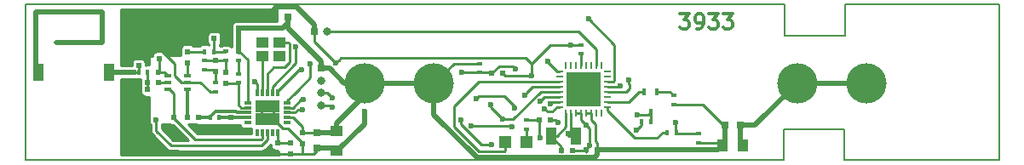
<source format=gbr>
G04 #@! TF.FileFunction,Copper,L1,Top,Signal*
%FSLAX46Y46*%
G04 Gerber Fmt 4.6, Leading zero omitted, Abs format (unit mm)*
G04 Created by KiCad (PCBNEW 4.0.2+dfsg1-stable) date ven 28 dic 2018 11:34:51 CET*
%MOMM*%
G01*
G04 APERTURE LIST*
%ADD10C,0.100000*%
%ADD11C,0.300000*%
%ADD12C,0.200000*%
%ADD13C,0.500000*%
%ADD14R,0.800000X0.800000*%
%ADD15O,0.800000X0.800000*%
%ADD16R,0.600000X0.500000*%
%ADD17R,0.500000X0.600000*%
%ADD18R,0.800000X0.750000*%
%ADD19R,1.250000X1.000000*%
%ADD20R,1.000000X1.250000*%
%ADD21R,1.198880X1.198880*%
%ADD22R,0.600000X0.400000*%
%ADD23R,0.457200X0.711200*%
%ADD24R,1.150000X1.000000*%
%ADD25R,1.000000X1.800000*%
%ADD26R,0.400000X0.600000*%
%ADD27C,4.000000*%
%ADD28R,0.500000X0.500000*%
%ADD29R,0.650000X0.400000*%
%ADD30R,0.750000X0.800000*%
%ADD31R,0.730000X0.300000*%
%ADD32R,0.300000X0.730000*%
%ADD33R,1.250000X1.250000*%
%ADD34C,0.600000*%
%ADD35R,0.700000X0.250000*%
%ADD36R,0.250000X0.700000*%
%ADD37R,1.725000X1.725000*%
%ADD38C,0.250000*%
%ADD39C,0.226060*%
G04 APERTURE END LIST*
D10*
D11*
X163351224Y-100903031D02*
X164279795Y-100903031D01*
X163779795Y-101474460D01*
X163994081Y-101474460D01*
X164136938Y-101545889D01*
X164208367Y-101617317D01*
X164279795Y-101760174D01*
X164279795Y-102117317D01*
X164208367Y-102260174D01*
X164136938Y-102331603D01*
X163994081Y-102403031D01*
X163565509Y-102403031D01*
X163422652Y-102331603D01*
X163351224Y-102260174D01*
X164994080Y-102403031D02*
X165279795Y-102403031D01*
X165422652Y-102331603D01*
X165494080Y-102260174D01*
X165636938Y-102045889D01*
X165708366Y-101760174D01*
X165708366Y-101188746D01*
X165636938Y-101045889D01*
X165565509Y-100974460D01*
X165422652Y-100903031D01*
X165136938Y-100903031D01*
X164994080Y-100974460D01*
X164922652Y-101045889D01*
X164851223Y-101188746D01*
X164851223Y-101545889D01*
X164922652Y-101688746D01*
X164994080Y-101760174D01*
X165136938Y-101831603D01*
X165422652Y-101831603D01*
X165565509Y-101760174D01*
X165636938Y-101688746D01*
X165708366Y-101545889D01*
X166208366Y-100903031D02*
X167136937Y-100903031D01*
X166636937Y-101474460D01*
X166851223Y-101474460D01*
X166994080Y-101545889D01*
X167065509Y-101617317D01*
X167136937Y-101760174D01*
X167136937Y-102117317D01*
X167065509Y-102260174D01*
X166994080Y-102331603D01*
X166851223Y-102403031D01*
X166422651Y-102403031D01*
X166279794Y-102331603D01*
X166208366Y-102260174D01*
X167636937Y-100903031D02*
X168565508Y-100903031D01*
X168065508Y-101474460D01*
X168279794Y-101474460D01*
X168422651Y-101545889D01*
X168494080Y-101617317D01*
X168565508Y-101760174D01*
X168565508Y-102117317D01*
X168494080Y-102260174D01*
X168422651Y-102331603D01*
X168279794Y-102403031D01*
X167851222Y-102403031D01*
X167708365Y-102331603D01*
X167636937Y-102260174D01*
D12*
X173690280Y-115443000D02*
X98295460Y-115443000D01*
X195072000Y-115443000D02*
X179682660Y-115443000D01*
X179682660Y-112410240D02*
X179682660Y-115443000D01*
X173692820Y-112410240D02*
X179682660Y-112410240D01*
X173692820Y-112410240D02*
X173692820Y-115437920D01*
X173776640Y-99949000D02*
X98298000Y-99949000D01*
X195072000Y-99949000D02*
X179778660Y-99949000D01*
X179778660Y-99949000D02*
X179778660Y-103047800D01*
X173776640Y-103047800D02*
X179778660Y-103047800D01*
X173776640Y-99949000D02*
X173776640Y-103047800D01*
X98298000Y-115443000D02*
X98298000Y-99949000D01*
X195072000Y-99949000D02*
X195072000Y-115443000D01*
D13*
X105947560Y-103711560D02*
X101347560Y-103711560D01*
X105947560Y-100711560D02*
X105947560Y-103711560D01*
X99347560Y-100711560D02*
X105947560Y-100711560D01*
X99347560Y-105811560D02*
X99347560Y-100711560D01*
X109097560Y-106711560D02*
X107097560Y-106711560D01*
D14*
X127000000Y-102631240D03*
D15*
X128250000Y-102631240D03*
D16*
X110454580Y-107731560D03*
X111554580Y-107731560D03*
D17*
X113062500Y-111225240D03*
X113062500Y-112325240D03*
X124659640Y-113734360D03*
X124659640Y-114834360D03*
D18*
X124350440Y-101203760D03*
X122850440Y-101203760D03*
D17*
X123338640Y-113734360D03*
X123338640Y-114834360D03*
X118708400Y-111225240D03*
X118708400Y-112325240D03*
X119475680Y-102330340D03*
X119475680Y-101230340D03*
X120567680Y-102330340D03*
X120567680Y-101230340D03*
X118210560Y-106665940D03*
X118210560Y-107765940D03*
X117042160Y-103344980D03*
X117042160Y-102244980D03*
X117192020Y-105530560D03*
X117192020Y-106630560D03*
X121558680Y-102330340D03*
X121558680Y-101230340D03*
D19*
X129214880Y-112507520D03*
X129214880Y-114507520D03*
D17*
X125821440Y-112721300D03*
X125821440Y-113821300D03*
D16*
X114403100Y-111221520D03*
X115503100Y-111221520D03*
D17*
X111582200Y-105347860D03*
X111582200Y-104247860D03*
X114406680Y-104640200D03*
X114406680Y-105740200D03*
D20*
X167578000Y-113995000D03*
X169578000Y-113995000D03*
D17*
X110453400Y-108413460D03*
X110453400Y-109513460D03*
D16*
X155106220Y-114452600D03*
X154006220Y-114452600D03*
D17*
X109537500Y-106050080D03*
X109537500Y-104950080D03*
D16*
X152667220Y-114477600D03*
X151567220Y-114477600D03*
X149384000Y-111455000D03*
X150484000Y-111455000D03*
X144615260Y-106804860D03*
X145715260Y-106804860D03*
D21*
X148113020Y-113614000D03*
X146014980Y-113614000D03*
D22*
X116102360Y-105524300D03*
X116102360Y-106424300D03*
D23*
X161081720Y-108630720D03*
X159760920Y-108630720D03*
X160421320Y-110662720D03*
D24*
X121819900Y-105118360D03*
X123569900Y-105118360D03*
X123569900Y-103718360D03*
X121819900Y-103718360D03*
D25*
X153013000Y-113055000D03*
X150513000Y-113055000D03*
D22*
X117192020Y-107754420D03*
X117192020Y-108654420D03*
X162711000Y-109006000D03*
X162711000Y-109906000D03*
D26*
X162057000Y-112700000D03*
X162957000Y-112700000D03*
D22*
X165200000Y-113727000D03*
X165200000Y-112827000D03*
X143429260Y-105820860D03*
X143429260Y-106720860D03*
X148131000Y-111462000D03*
X148131000Y-112362000D03*
X119493260Y-104642500D03*
X119493260Y-105542500D03*
X153516000Y-104877000D03*
X153516000Y-103977000D03*
D27*
X131999000Y-107787000D03*
X138899000Y-107787000D03*
X174999000Y-107771760D03*
X181899000Y-107771760D03*
D14*
X127668020Y-106278360D03*
D15*
X127668020Y-107528360D03*
X127668020Y-108778360D03*
X127668020Y-110028360D03*
D26*
X160442060Y-111653320D03*
X159542060Y-111653320D03*
D28*
X109097560Y-106711560D03*
D25*
X106597560Y-106711560D03*
X99597560Y-106711560D03*
D26*
X116648460Y-111224060D03*
X117548460Y-111224060D03*
D29*
X114378780Y-108371400D03*
X114378780Y-107071400D03*
X112478780Y-107721400D03*
X114378780Y-107721400D03*
X112478780Y-107071400D03*
X112478780Y-108371400D03*
D26*
X116127760Y-104640380D03*
X117027760Y-104640380D03*
D22*
X118208020Y-104632760D03*
X118208020Y-105532760D03*
X119488180Y-107765000D03*
X119488180Y-106865000D03*
D26*
X109544700Y-106705400D03*
X110444700Y-106705400D03*
D18*
X167828000Y-111963000D03*
X169328000Y-111963000D03*
D30*
X127251460Y-112749900D03*
X127251460Y-114249900D03*
D31*
X120381880Y-109721300D03*
X120381880Y-110221300D03*
X120381880Y-110721300D03*
X120381880Y-111221300D03*
X120381880Y-111721300D03*
D32*
X121346880Y-112686300D03*
X121846880Y-112686300D03*
X122346880Y-112686300D03*
X122846880Y-112686300D03*
X123346880Y-112686300D03*
D31*
X124311880Y-111721300D03*
X124311880Y-111221300D03*
X124311880Y-110721300D03*
X124311880Y-110221300D03*
X124311880Y-109721300D03*
D32*
X123346880Y-108756300D03*
X122846880Y-108756300D03*
X122346880Y-108756300D03*
X121846880Y-108756300D03*
X121346880Y-108756300D03*
D33*
X122971880Y-111346300D03*
X122971880Y-110096300D03*
X121721880Y-111346300D03*
X121721880Y-110096300D03*
D34*
X121788080Y-110213300D03*
X122905680Y-110213300D03*
X121788080Y-111229300D03*
X122905680Y-111229300D03*
D35*
X156170000Y-110157000D03*
X156170000Y-109657000D03*
X156170000Y-109157000D03*
X156170000Y-108657000D03*
X156170000Y-108157000D03*
X156170000Y-107657000D03*
X156170000Y-107157000D03*
X156170000Y-106657000D03*
D36*
X155520000Y-106007000D03*
X155020000Y-106007000D03*
X154520000Y-106007000D03*
X154020000Y-106007000D03*
X153520000Y-106007000D03*
X153020000Y-106007000D03*
X152520000Y-106007000D03*
X152020000Y-106007000D03*
D35*
X151370000Y-106657000D03*
X151370000Y-107157000D03*
X151370000Y-107657000D03*
X151370000Y-108157000D03*
X151370000Y-108657000D03*
X151370000Y-109157000D03*
X151370000Y-109657000D03*
X151370000Y-110157000D03*
D36*
X152020000Y-110807000D03*
X152520000Y-110807000D03*
X153020000Y-110807000D03*
X153520000Y-110807000D03*
X154020000Y-110807000D03*
X154520000Y-110807000D03*
X155020000Y-110807000D03*
X155520000Y-110807000D03*
D37*
X152907500Y-107544500D03*
X152907500Y-109269500D03*
X154632500Y-107544500D03*
X154632500Y-109269500D03*
D34*
X154989200Y-109626200D03*
X153770000Y-109626200D03*
X152550800Y-109626200D03*
X154989200Y-108457800D03*
X153770000Y-108457800D03*
X152550800Y-108457800D03*
X154989200Y-107340200D03*
X153770000Y-107340200D03*
X152550800Y-107340200D03*
X126573280Y-104533620D03*
X129139754Y-105810238D03*
X118511320Y-101518720D03*
X118247160Y-103367840D03*
X118313200Y-102674420D03*
X117586760Y-101122480D03*
X117058440Y-102178700D03*
X115143280Y-103070660D03*
X115638580Y-101056440D03*
X114515900Y-101551740D03*
X113657380Y-102674420D03*
X112336580Y-102806500D03*
X112996980Y-103830120D03*
X110583980Y-104247860D03*
X112369600Y-101122480D03*
X111376460Y-101782880D03*
X110716060Y-102905560D03*
X109395260Y-101155500D03*
X108470700Y-102618540D03*
X109329220Y-103972360D03*
X108404660Y-105128060D03*
X115605560Y-112194340D03*
X117751860Y-112326420D03*
X119766080Y-112557560D03*
X121020840Y-114802920D03*
X118544340Y-114736880D03*
X115704620Y-114736880D03*
X113657380Y-114736880D03*
X111112300Y-114472720D03*
X110352840Y-113482120D03*
X109263180Y-113878360D03*
X108767880Y-112953800D03*
X110220760Y-112392460D03*
X108305600Y-111732060D03*
X109395260Y-110873540D03*
X108305600Y-109882940D03*
X110055660Y-109816900D03*
X109296200Y-109321600D03*
X108371640Y-108430060D03*
X109197140Y-107868720D03*
X154371859Y-113954947D03*
X131975860Y-110604300D03*
X148569680Y-107055920D03*
X154043380Y-111930380D03*
X149463760Y-113253520D03*
X159004000Y-112471200D03*
X152483820Y-103979980D03*
X111498380Y-106677460D03*
X111285020Y-111406940D03*
X152219266Y-112826796D03*
X151250096Y-111714787D03*
X147024095Y-106394245D03*
X150497540Y-109801660D03*
X141655800Y-106687620D03*
X149432223Y-109620255D03*
X125907800Y-109453680D03*
X144518380Y-109964220D03*
X145707100Y-111394060D03*
X125867988Y-110403640D03*
X158282640Y-107431840D03*
X149894701Y-110327592D03*
X146900900Y-110291880D03*
X143057880Y-109369860D03*
X144600837Y-113923900D03*
X141544220Y-111424720D03*
X162900360Y-111663480D03*
X128816100Y-109278420D03*
X128791557Y-110137789D03*
X142580360Y-112019080D03*
X159092297Y-110920169D03*
X146692620Y-112138460D03*
X126621540Y-105895140D03*
X157446980Y-108031980D03*
X154244040Y-101406960D03*
X125775720Y-106428540D03*
X150208734Y-105637989D03*
X125171380Y-104196058D03*
X147914180Y-108968729D03*
X121114820Y-107627420D03*
D38*
X109544700Y-106705400D02*
X109103720Y-106705400D01*
X109103720Y-106705400D02*
X109097560Y-106711560D01*
X109537500Y-106050080D02*
X109537500Y-106698200D01*
X109537500Y-106698200D02*
X109544700Y-106705400D01*
X110453400Y-108413460D02*
X110453400Y-107732740D01*
X110453400Y-107732740D02*
X110454580Y-107731560D01*
X110444700Y-106705400D02*
X110444700Y-107721680D01*
X110444700Y-107721680D02*
X110454580Y-107731560D01*
X111554580Y-107731560D02*
X112468620Y-107731560D01*
X112468620Y-107731560D02*
X112478780Y-107721400D01*
X125821440Y-112721300D02*
X127222860Y-112721300D01*
X127222860Y-112721300D02*
X127251460Y-112749900D01*
X124311880Y-111221300D02*
X124926880Y-111221300D01*
X124926880Y-111221300D02*
X125821440Y-112115860D01*
X125821440Y-112115860D02*
X125821440Y-112171300D01*
X125821440Y-112171300D02*
X125821440Y-112721300D01*
D13*
X167828000Y-111963000D02*
X167828000Y-113745000D01*
D38*
X167828000Y-113745000D02*
X167578000Y-113995000D01*
X167578000Y-113995000D02*
X167578000Y-113556820D01*
D13*
X127251460Y-112749900D02*
X128972500Y-112749900D01*
D38*
X128972500Y-112749900D02*
X129214880Y-112507520D01*
X127493840Y-112507520D02*
X127251460Y-112749900D01*
D13*
X155106220Y-114452600D02*
X155106220Y-114952600D01*
X155106220Y-114952600D02*
X154853819Y-115205001D01*
X154853819Y-115205001D02*
X154473999Y-115205001D01*
X143185253Y-115205001D02*
X154473999Y-115205001D01*
X138899000Y-110918748D02*
X143185253Y-115205001D01*
X138899000Y-107787000D02*
X138899000Y-110918748D01*
X155106220Y-114452600D02*
X167120400Y-114452600D01*
X167120400Y-114452600D02*
X167578000Y-113995000D01*
D38*
X154520000Y-111407000D02*
X154520000Y-110807000D01*
X154520000Y-111481998D02*
X154520000Y-111407000D01*
X154914340Y-111876338D02*
X154520000Y-111481998D01*
X154914340Y-113532676D02*
X154914340Y-111876338D01*
X155095480Y-114076480D02*
X155095480Y-113713816D01*
X155095480Y-113713816D02*
X154914340Y-113532676D01*
D13*
X128500376Y-106278360D02*
X130009016Y-107787000D01*
X127668020Y-106278360D02*
X128500376Y-106278360D01*
X130009016Y-107787000D02*
X131999000Y-107787000D01*
D38*
X155074000Y-114605000D02*
X155124000Y-114605000D01*
X143429260Y-105820860D02*
X140865140Y-105820860D01*
X140865140Y-105820860D02*
X138899000Y-107787000D01*
D13*
X129214880Y-112507520D02*
X129214880Y-111757520D01*
X129214880Y-111757520D02*
X131999000Y-108973400D01*
X131999000Y-108973400D02*
X131999000Y-107787000D01*
X127668020Y-105628360D02*
X126573280Y-104533620D01*
X126573280Y-104533620D02*
X124350440Y-102310780D01*
X127668020Y-106278360D02*
X127668020Y-105628360D01*
X124350440Y-102310780D02*
X124350440Y-101828760D01*
X124350440Y-101828760D02*
X124350440Y-101203760D01*
D38*
X120381880Y-109721300D02*
X120381880Y-105431120D01*
X120381880Y-105431120D02*
X119593260Y-104642500D01*
X119593260Y-104642500D02*
X119493260Y-104642500D01*
D13*
X131999000Y-107787000D02*
X134827427Y-107787000D01*
X134827427Y-107787000D02*
X138899000Y-107787000D01*
D38*
X155124000Y-114105000D02*
X155095480Y-114076480D01*
X154020000Y-110807000D02*
X154520000Y-110807000D01*
X155124000Y-114605000D02*
X155124000Y-114105000D01*
X162711000Y-109906000D02*
X165646000Y-109906000D01*
X165646000Y-109906000D02*
X167578000Y-111838000D01*
X167578000Y-111838000D02*
X167578000Y-111963000D01*
X165200000Y-113727000D02*
X167310000Y-113727000D01*
X167310000Y-113727000D02*
X167578000Y-113995000D01*
D13*
X121558680Y-102330340D02*
X123848860Y-102330340D01*
X123848860Y-102330340D02*
X124350440Y-101828760D01*
X120567680Y-102330340D02*
X121558680Y-102330340D01*
X119475680Y-102330340D02*
X120567680Y-102330340D01*
X119493260Y-104642500D02*
X119493260Y-102347920D01*
D38*
X119493260Y-102347920D02*
X119475680Y-102330340D01*
X129207260Y-112499900D02*
X129214880Y-112507520D01*
X129439753Y-105510239D02*
X129139754Y-105810238D01*
X127000000Y-103670484D02*
X128839755Y-105510239D01*
X129654133Y-105295859D02*
X129439753Y-105510239D01*
X148013579Y-105295859D02*
X129654133Y-105295859D01*
X148569680Y-105851960D02*
X148013579Y-105295859D01*
X128839755Y-105510239D02*
X129139754Y-105810238D01*
X127000000Y-102631240D02*
X127000000Y-103670484D01*
X125821440Y-113821300D02*
X125821440Y-113771300D01*
X125821440Y-113771300D02*
X124363860Y-112313720D01*
X124363860Y-112313720D02*
X123883420Y-112313720D01*
X125730000Y-114834360D02*
X125821440Y-114742920D01*
X125821440Y-114742920D02*
X125821440Y-113821300D01*
X120096280Y-101230340D02*
X121375260Y-101230340D01*
X121375260Y-101230340D02*
X121846340Y-100759260D01*
D13*
X120567680Y-101230340D02*
X120096280Y-101230340D01*
X120096280Y-101230340D02*
X119475680Y-101230340D01*
D38*
X118247160Y-103367840D02*
X118247160Y-101782880D01*
X118247160Y-101782880D02*
X118511320Y-101518720D01*
X117586760Y-101122480D02*
X117586760Y-101947980D01*
X117586760Y-101947980D02*
X118313200Y-102674420D01*
X115638580Y-101056440D02*
X115638580Y-102575360D01*
X115638580Y-102575360D02*
X115143280Y-103070660D01*
X113657380Y-102674420D02*
X113657380Y-102410260D01*
X113657380Y-102410260D02*
X114515900Y-101551740D01*
X112996980Y-103830120D02*
X112996980Y-103466900D01*
X112996980Y-103466900D02*
X112336580Y-102806500D01*
X110583980Y-104247860D02*
X111763720Y-104247860D01*
X111376460Y-101782880D02*
X111709200Y-101782880D01*
X111709200Y-101782880D02*
X112369600Y-101122480D01*
X109395260Y-101155500D02*
X109395260Y-101584760D01*
X109395260Y-101584760D02*
X110716060Y-102905560D01*
X109329220Y-103972360D02*
X109329220Y-103477060D01*
X109329220Y-103477060D02*
X108470700Y-102618540D01*
X109537500Y-104950080D02*
X108582640Y-104950080D01*
X108582640Y-104950080D02*
X108404660Y-105128060D01*
X117751860Y-112326420D02*
X115737640Y-112326420D01*
X115737640Y-112326420D02*
X115605560Y-112194340D01*
X118708400Y-112325240D02*
X119533760Y-112325240D01*
X119533760Y-112325240D02*
X119766080Y-112557560D01*
X115704620Y-114736880D02*
X118544340Y-114736880D01*
X111112300Y-114472720D02*
X113393220Y-114472720D01*
X113393220Y-114472720D02*
X113657380Y-114736880D01*
X109263180Y-113878360D02*
X109956600Y-113878360D01*
X109956600Y-113878360D02*
X110352840Y-113482120D01*
X110220760Y-112392460D02*
X109329220Y-112392460D01*
X109329220Y-112392460D02*
X108767880Y-112953800D01*
X109395260Y-110873540D02*
X109164120Y-110873540D01*
X109164120Y-110873540D02*
X108305600Y-111732060D01*
X110055660Y-109816900D02*
X108371640Y-109816900D01*
X108371640Y-109816900D02*
X108305600Y-109882940D01*
X108371640Y-108430060D02*
X108404660Y-108430060D01*
X108404660Y-108430060D02*
X109296200Y-109321600D01*
X110453400Y-109513460D02*
X109197140Y-108257200D01*
X109197140Y-108257200D02*
X109197140Y-107868720D01*
X122971880Y-111402180D02*
X123821881Y-112252181D01*
X123821881Y-112252181D02*
X123565999Y-111996299D01*
X123883420Y-112313720D02*
X123821881Y-112252181D01*
X122971880Y-111346300D02*
X122971880Y-111402180D01*
X122971880Y-110096300D02*
X122971880Y-111346300D01*
X121721880Y-110096300D02*
X122971880Y-110096300D01*
X121721880Y-110096300D02*
X121721880Y-111346300D01*
X122971880Y-111346300D02*
X121721880Y-111346300D01*
D13*
X169328000Y-111963000D02*
X169328000Y-113745000D01*
D38*
X169328000Y-113745000D02*
X169578000Y-113995000D01*
D13*
X127251460Y-114249900D02*
X128957260Y-114249900D01*
D38*
X128957260Y-114249900D02*
X129214880Y-114507520D01*
X152483820Y-103979980D02*
X150441660Y-103979980D01*
X150441660Y-103979980D02*
X148569680Y-105851960D01*
X148569680Y-105851960D02*
X148569680Y-107055920D01*
D13*
X122850440Y-101203760D02*
X122850440Y-100578760D01*
X122850440Y-100578760D02*
X123231280Y-100197920D01*
X123231280Y-100197920D02*
X125216680Y-100197920D01*
X125216680Y-100197920D02*
X127000000Y-101981240D01*
X127000000Y-101981240D02*
X127000000Y-102631240D01*
D38*
X154043380Y-111930380D02*
X153520000Y-111407000D01*
X153520000Y-111407000D02*
X153520000Y-110807000D01*
X154371859Y-113954947D02*
X154371859Y-112258859D01*
X154371859Y-112258859D02*
X154043380Y-111930380D01*
X154006220Y-114320586D02*
X154371859Y-113954947D01*
X154006220Y-114452600D02*
X154006220Y-114320586D01*
X152667220Y-114477600D02*
X153981220Y-114477600D01*
X153981220Y-114477600D02*
X154006220Y-114452600D01*
X129214880Y-114507520D02*
X129339880Y-114507520D01*
D13*
X129339880Y-114507520D02*
X131975860Y-111871540D01*
X131975860Y-111871540D02*
X131975860Y-110604300D01*
D38*
X148569680Y-107055920D02*
X145966320Y-107055920D01*
X145966320Y-107055920D02*
X145715260Y-106804860D01*
X149384000Y-111455000D02*
X149384000Y-113173760D01*
X149384000Y-113173760D02*
X149463760Y-113253520D01*
X153020000Y-110807000D02*
X153520000Y-110807000D01*
X159542060Y-111653320D02*
X159542060Y-111933140D01*
X159542060Y-111933140D02*
X159004000Y-112471200D01*
X154024000Y-114605000D02*
X154024000Y-114447998D01*
X153516000Y-103977000D02*
X152486800Y-103977000D01*
X152486800Y-103977000D02*
X152483820Y-103979980D01*
X124659640Y-114834360D02*
X125730000Y-114834360D01*
X125730000Y-114834360D02*
X126917000Y-114834360D01*
X129207260Y-114499900D02*
X129214880Y-114507520D01*
X126917000Y-114834360D02*
X127251460Y-114499900D01*
X123338640Y-114834360D02*
X124659640Y-114834360D01*
X122850440Y-101203760D02*
X122875440Y-101203760D01*
D13*
X117042160Y-102244980D02*
X113535080Y-102244980D01*
D38*
X113535080Y-102244980D02*
X111582200Y-104197860D01*
X111582200Y-104197860D02*
X111582200Y-104247860D01*
X118000780Y-112341660D02*
X118691980Y-112341660D01*
X118691980Y-112341660D02*
X118708400Y-112325240D01*
X110456980Y-112240060D02*
X110456980Y-109517040D01*
X110456980Y-109517040D02*
X110453400Y-109513460D01*
X113062500Y-112325240D02*
X112241420Y-112325240D01*
X112241420Y-112325240D02*
X112138460Y-112222280D01*
X111582200Y-104297860D02*
X111582200Y-104247860D01*
X114378780Y-107721400D02*
X113803780Y-107721400D01*
X113803780Y-107721400D02*
X113128781Y-107046401D01*
X113128781Y-107046401D02*
X113128781Y-105844441D01*
X113128781Y-105844441D02*
X111582200Y-104297860D01*
X111582200Y-104247860D02*
X110239720Y-104247860D01*
X110239720Y-104247860D02*
X109537500Y-104950080D01*
D13*
X119475680Y-101230340D02*
X118006800Y-101230340D01*
X118006800Y-101230340D02*
X117042160Y-102194980D01*
D38*
X117042160Y-102194980D02*
X117042160Y-102244980D01*
D13*
X121558680Y-101230340D02*
X120567680Y-101230340D01*
X122850440Y-101203760D02*
X121585260Y-101203760D01*
D38*
X121585260Y-101203760D02*
X121558680Y-101230340D01*
X117192020Y-108654420D02*
X116642020Y-108654420D01*
X116642020Y-108654420D02*
X115709000Y-107721400D01*
X115709000Y-107721400D02*
X114953780Y-107721400D01*
X114953780Y-107721400D02*
X114378780Y-107721400D01*
D13*
X174999000Y-107771760D02*
X170807760Y-111963000D01*
X170807760Y-111963000D02*
X169578000Y-111963000D01*
X174999000Y-107771760D02*
X177827427Y-107771760D01*
X177827427Y-107771760D02*
X181899000Y-107771760D01*
D38*
X148131000Y-111462000D02*
X149377000Y-111462000D01*
X149377000Y-111462000D02*
X149384000Y-111455000D01*
X153999000Y-114630000D02*
X154024000Y-114605000D01*
X113062500Y-111275240D02*
X113062500Y-111225240D01*
X121756882Y-113376301D02*
X115163561Y-113376301D01*
X121846880Y-113286303D02*
X121756882Y-113376301D01*
X115163561Y-113376301D02*
X113062500Y-111275240D01*
X121846880Y-112686300D02*
X121846880Y-113286303D01*
X113062500Y-111225240D02*
X113062500Y-108830120D01*
X113062500Y-108830120D02*
X112603780Y-108371400D01*
X112603780Y-108371400D02*
X112478780Y-108371400D01*
X123338640Y-113734360D02*
X124659640Y-113734360D01*
X123338640Y-113734360D02*
X123338640Y-112694540D01*
X123338640Y-112694540D02*
X123346880Y-112686300D01*
D11*
X117548460Y-111224060D02*
X118707220Y-111224060D01*
D38*
X118707220Y-111224060D02*
X118708400Y-111225240D01*
D11*
X118708400Y-111225240D02*
X120377940Y-111225240D01*
D38*
X120377940Y-111225240D02*
X120381880Y-111221300D01*
X118208020Y-105532760D02*
X118208020Y-106663400D01*
X118208020Y-106663400D02*
X118210560Y-106665940D01*
X117192020Y-105530560D02*
X118205820Y-105530560D01*
X118205820Y-105530560D02*
X118208020Y-105532760D01*
X116102360Y-105524300D02*
X117185760Y-105524300D01*
X117185760Y-105524300D02*
X117192020Y-105530560D01*
X118210560Y-107765940D02*
X119487240Y-107765940D01*
X119487240Y-107765940D02*
X119488180Y-107765000D01*
X120381880Y-110221300D02*
X119766880Y-110221300D01*
X119766880Y-110221300D02*
X119488180Y-109942600D01*
X119488180Y-109942600D02*
X119488180Y-108215000D01*
X119488180Y-108215000D02*
X119488180Y-107765000D01*
X117027760Y-104640380D02*
X118200400Y-104640380D01*
X118200400Y-104640380D02*
X118208020Y-104632760D01*
X117042160Y-103344980D02*
X117042160Y-104625980D01*
X117042160Y-104625980D02*
X117027760Y-104640380D01*
X116102360Y-106424300D02*
X116985760Y-106424300D01*
X116985760Y-106424300D02*
X117192020Y-106630560D01*
X117192020Y-107754420D02*
X117192020Y-106630560D01*
D11*
X114378780Y-108371400D02*
X114378780Y-111197200D01*
D38*
X114378780Y-111197200D02*
X114403100Y-111221520D01*
D11*
X120381880Y-110721300D02*
X119339462Y-110721300D01*
X119217221Y-110599059D02*
X117173461Y-110599059D01*
X119339462Y-110721300D02*
X119217221Y-110599059D01*
X117173461Y-110599059D02*
X116648460Y-111124060D01*
D38*
X116648460Y-111124060D02*
X116648460Y-111224060D01*
D11*
X115503100Y-111221520D02*
X116645920Y-111221520D01*
D38*
X116645920Y-111221520D02*
X116648460Y-111224060D01*
X111498380Y-106677460D02*
X112084840Y-106677460D01*
X112084840Y-106677460D02*
X112478780Y-107071400D01*
X111582200Y-105347860D02*
X111582200Y-106593640D01*
X111582200Y-106593640D02*
X111498380Y-106677460D01*
X112763300Y-114010440D02*
X111285020Y-112532160D01*
X111285020Y-112532160D02*
X111285020Y-111406940D01*
X121759153Y-114010440D02*
X112763300Y-114010440D01*
X122346880Y-113422713D02*
X121759153Y-114010440D01*
X122346880Y-112686300D02*
X122346880Y-113422713D01*
X116127760Y-104640380D02*
X114406860Y-104640380D01*
X114406860Y-104640380D02*
X114406680Y-104640200D01*
X114406680Y-105740200D02*
X114406680Y-107043500D01*
X114406680Y-107043500D02*
X114378780Y-107071400D01*
X114378780Y-105768100D02*
X114406680Y-105740200D01*
X151103677Y-113055000D02*
X150513000Y-113055000D01*
X152020000Y-112138677D02*
X151103677Y-113055000D01*
X152020000Y-110807000D02*
X152020000Y-112138677D01*
X151585000Y-114630000D02*
X151585000Y-114127000D01*
X151585000Y-114127000D02*
X150513000Y-113055000D01*
X152263000Y-113055000D02*
X152219266Y-113011266D01*
X152219266Y-113011266D02*
X152219266Y-112826796D01*
X153013000Y-113055000D02*
X152263000Y-113055000D01*
X150484000Y-111455000D02*
X150990309Y-111455000D01*
X150990309Y-111455000D02*
X151250096Y-111714787D01*
X152520000Y-110807000D02*
X152520000Y-112562000D01*
X152520000Y-112562000D02*
X153013000Y-113055000D01*
X144615260Y-106804860D02*
X144665260Y-106804860D01*
X146724096Y-106094246D02*
X147024095Y-106394245D01*
X145375874Y-106094246D02*
X146724096Y-106094246D01*
X144665260Y-106804860D02*
X145375874Y-106094246D01*
X150497540Y-109801660D02*
X150642200Y-109657000D01*
X150642200Y-109657000D02*
X151370000Y-109657000D01*
X141655800Y-106687620D02*
X143396020Y-106687620D01*
X143396020Y-106687620D02*
X143429260Y-106720860D01*
X143429260Y-106720860D02*
X144531260Y-106720860D01*
X144531260Y-106720860D02*
X144615260Y-106804860D01*
X149895478Y-109157000D02*
X149732222Y-109320256D01*
X151370000Y-109157000D02*
X149895478Y-109157000D01*
X149732222Y-109320256D02*
X149432223Y-109620255D01*
X124311880Y-110221300D02*
X124929507Y-110221300D01*
X124929507Y-110221300D02*
X125697127Y-109453680D01*
X125697127Y-109453680D02*
X125907800Y-109453680D01*
X144518380Y-109964220D02*
X144518380Y-110205340D01*
X144518380Y-110205340D02*
X145707100Y-111394060D01*
X151370000Y-108657000D02*
X149511582Y-108657000D01*
X146131364Y-111394060D02*
X145707100Y-111394060D01*
X149511582Y-108657000D02*
X146774522Y-111394060D01*
X146774522Y-111394060D02*
X146131364Y-111394060D01*
X125443724Y-110403640D02*
X125867988Y-110403640D01*
X124311880Y-110721300D02*
X125065918Y-110721300D01*
X125065918Y-110721300D02*
X125383578Y-110403640D01*
X125383578Y-110403640D02*
X125443724Y-110403640D01*
X158310580Y-108323380D02*
X157976960Y-108657000D01*
X157976960Y-108657000D02*
X156170000Y-108657000D01*
X158310580Y-107884044D02*
X158310580Y-108323380D01*
X158282640Y-107431840D02*
X158282640Y-107856104D01*
X158282640Y-107856104D02*
X158310580Y-107884044D01*
X150674409Y-110627591D02*
X150194700Y-110627591D01*
X150194700Y-110627591D02*
X149894701Y-110327592D01*
X151145000Y-110157000D02*
X150674409Y-110627591D01*
X151370000Y-110157000D02*
X151145000Y-110157000D01*
X145859221Y-109069861D02*
X146900900Y-110111540D01*
X146900900Y-110111540D02*
X146900900Y-110291880D01*
X143057880Y-109369860D02*
X143357879Y-109069861D01*
X143357879Y-109069861D02*
X145859221Y-109069861D01*
X148113020Y-113614000D02*
X148113020Y-112379980D01*
X148113020Y-112379980D02*
X148131000Y-112362000D01*
X143342360Y-114548920D02*
X140919200Y-112125760D01*
X140919200Y-112125760D02*
X140919200Y-110088680D01*
X145929500Y-114548920D02*
X143342360Y-114548920D01*
X146014980Y-113614000D02*
X146014980Y-114463440D01*
X146014980Y-114463440D02*
X145929500Y-114548920D01*
X150746079Y-107680921D02*
X150770000Y-107657000D01*
X150770000Y-107657000D02*
X151370000Y-107657000D01*
X143326959Y-107680921D02*
X150746079Y-107680921D01*
X140919200Y-110088680D02*
X143326959Y-107680921D01*
X119493260Y-105542500D02*
X119493260Y-106859920D01*
X119493260Y-106859920D02*
X119488180Y-106865000D01*
X144176573Y-113923900D02*
X144600837Y-113923900D01*
X143584890Y-113923900D02*
X144176573Y-113923900D01*
X141544220Y-111883230D02*
X143584890Y-113923900D01*
X141544220Y-111424720D02*
X141544220Y-111883230D01*
X162900360Y-111663480D02*
X162900360Y-112643360D01*
X162900360Y-112643360D02*
X162957000Y-112700000D01*
X128316040Y-108778360D02*
X128816100Y-109278420D01*
X127668020Y-108778360D02*
X128316040Y-108778360D01*
X165200000Y-112827000D02*
X163084000Y-112827000D01*
X163084000Y-112827000D02*
X162957000Y-112700000D01*
X159092297Y-110920169D02*
X160163871Y-110920169D01*
X160163871Y-110920169D02*
X160421320Y-110662720D01*
X160421320Y-110662720D02*
X160421320Y-111632580D01*
X160421320Y-111632580D02*
X160442060Y-111653320D01*
X127668020Y-110028360D02*
X128682128Y-110028360D01*
X128682128Y-110028360D02*
X128791557Y-110137789D01*
X142580360Y-112019080D02*
X146573240Y-112019080D01*
X159092297Y-110747143D02*
X159092297Y-110920169D01*
X146573240Y-112019080D02*
X146692620Y-112138460D01*
X159760920Y-108630720D02*
X159282320Y-108630720D01*
X158260000Y-109653040D02*
X158260000Y-109657000D01*
X159282320Y-108630720D02*
X158260000Y-109653040D01*
X158260000Y-109657000D02*
X156170000Y-109657000D01*
X121819900Y-105118360D02*
X121819900Y-105868360D01*
X121819900Y-105868360D02*
X121846880Y-105895340D01*
X121846880Y-105895340D02*
X121846880Y-108141300D01*
X121846880Y-108141300D02*
X121846880Y-108756300D01*
X122346880Y-108756300D02*
X122346880Y-106844940D01*
X124394900Y-103718360D02*
X123569900Y-103718360D01*
X122346880Y-106844940D02*
X122956320Y-106235500D01*
X122956320Y-106235500D02*
X124028200Y-106235500D01*
X124028200Y-106235500D02*
X124546360Y-105717340D01*
X124546360Y-105717340D02*
X124546360Y-103869820D01*
X124546360Y-103869820D02*
X124394900Y-103718360D01*
X158888000Y-113250000D02*
X156170000Y-110532000D01*
X156170000Y-110532000D02*
X156170000Y-110157000D01*
X161057000Y-113250000D02*
X158888000Y-113250000D01*
X161607000Y-112700000D02*
X161057000Y-113250000D01*
X162057000Y-112700000D02*
X161607000Y-112700000D01*
X153516000Y-104877000D02*
X153516000Y-106003000D01*
X153516000Y-106003000D02*
X153520000Y-106007000D01*
X125372139Y-108470421D02*
X126621540Y-107221020D01*
X126621540Y-107221020D02*
X126621540Y-105895140D01*
X125072140Y-108783120D02*
X125372139Y-108483121D01*
X125372139Y-108483121D02*
X125372139Y-108470421D01*
X157321960Y-108157000D02*
X157446980Y-108031980D01*
X156170000Y-108157000D02*
X157321960Y-108157000D01*
X124311880Y-109721300D02*
X124311880Y-109543380D01*
X124311880Y-109543380D02*
X125072140Y-108783120D01*
X154244040Y-101406960D02*
X156845001Y-104007921D01*
X156845001Y-104007921D02*
X156845001Y-107581999D01*
X156845001Y-107581999D02*
X156770000Y-107657000D01*
X156770000Y-107657000D02*
X156170000Y-107657000D01*
X123346880Y-108756300D02*
X123346880Y-108541300D01*
X123346880Y-108541300D02*
X125459640Y-106428540D01*
X125459640Y-106428540D02*
X125775720Y-106428540D01*
X151145000Y-106657000D02*
X150208734Y-105720734D01*
X151370000Y-106657000D02*
X151145000Y-106657000D01*
X150208734Y-105720734D02*
X150208734Y-105637989D01*
X125171380Y-104620322D02*
X125171380Y-104196058D01*
X125171380Y-105816800D02*
X125171380Y-104620322D01*
X122846880Y-108141300D02*
X125171380Y-105816800D01*
X122846880Y-108756300D02*
X122846880Y-108141300D01*
X148214179Y-108668730D02*
X147914180Y-108968729D01*
X151370000Y-108157000D02*
X148725909Y-108157000D01*
X148725909Y-108157000D02*
X148214179Y-108668730D01*
X121346880Y-108756300D02*
X121346880Y-107859480D01*
X121346880Y-107859480D02*
X121114820Y-107627420D01*
X128250000Y-102631240D02*
X153255242Y-102631240D01*
X153255242Y-102631240D02*
X155020000Y-104395998D01*
X155020000Y-104395998D02*
X155020000Y-105407000D01*
X155020000Y-105407000D02*
X155020000Y-106007000D01*
X161081720Y-108630720D02*
X161081720Y-108757720D01*
X161081720Y-108630720D02*
X162335720Y-108630720D01*
X162335720Y-108630720D02*
X162711000Y-109006000D01*
D39*
G36*
X108847560Y-107382681D02*
X109165256Y-107382681D01*
X109180860Y-107393343D01*
X109344700Y-107426521D01*
X109744605Y-107426521D01*
X109733459Y-107481560D01*
X109733459Y-107981560D01*
X109762259Y-108134620D01*
X109782279Y-108165732D01*
X109782279Y-108713460D01*
X109811079Y-108866520D01*
X109901537Y-109007095D01*
X110039560Y-109101403D01*
X110203400Y-109134581D01*
X110570021Y-109134581D01*
X110578166Y-111249912D01*
X110572114Y-111264487D01*
X110571867Y-111548148D01*
X110579385Y-111566342D01*
X110580171Y-111770595D01*
X110589245Y-111814536D01*
X110614700Y-111851484D01*
X110652524Y-111875617D01*
X110692457Y-111883188D01*
X110746990Y-111883546D01*
X110746990Y-112532160D01*
X110787945Y-112738055D01*
X110904575Y-112912605D01*
X112382853Y-114390882D01*
X112382855Y-114390885D01*
X112557405Y-114507515D01*
X112763300Y-114548471D01*
X112763305Y-114548470D01*
X121759153Y-114548470D01*
X121965048Y-114507515D01*
X122139598Y-114390885D01*
X122667519Y-113862963D01*
X122667519Y-114034360D01*
X122696319Y-114187420D01*
X122786777Y-114327995D01*
X122924800Y-114422303D01*
X123088640Y-114455481D01*
X123402435Y-114455481D01*
X123414549Y-114929970D01*
X107827916Y-114929970D01*
X107809349Y-107374590D01*
X108807605Y-107374590D01*
X108847560Y-107382681D01*
X108847560Y-107382681D01*
G37*
X108847560Y-107382681D02*
X109165256Y-107382681D01*
X109180860Y-107393343D01*
X109344700Y-107426521D01*
X109744605Y-107426521D01*
X109733459Y-107481560D01*
X109733459Y-107981560D01*
X109762259Y-108134620D01*
X109782279Y-108165732D01*
X109782279Y-108713460D01*
X109811079Y-108866520D01*
X109901537Y-109007095D01*
X110039560Y-109101403D01*
X110203400Y-109134581D01*
X110570021Y-109134581D01*
X110578166Y-111249912D01*
X110572114Y-111264487D01*
X110571867Y-111548148D01*
X110579385Y-111566342D01*
X110580171Y-111770595D01*
X110589245Y-111814536D01*
X110614700Y-111851484D01*
X110652524Y-111875617D01*
X110692457Y-111883188D01*
X110746990Y-111883546D01*
X110746990Y-112532160D01*
X110787945Y-112738055D01*
X110904575Y-112912605D01*
X112382853Y-114390882D01*
X112382855Y-114390885D01*
X112557405Y-114507515D01*
X112763300Y-114548471D01*
X112763305Y-114548470D01*
X121759153Y-114548470D01*
X121965048Y-114507515D01*
X122139598Y-114390885D01*
X122667519Y-113862963D01*
X122667519Y-114034360D01*
X122696319Y-114187420D01*
X122786777Y-114327995D01*
X122924800Y-114422303D01*
X123088640Y-114455481D01*
X123402435Y-114455481D01*
X123414549Y-114929970D01*
X107827916Y-114929970D01*
X107809349Y-107374590D01*
X108807605Y-107374590D01*
X108847560Y-107382681D01*
G36*
X112623331Y-111895876D02*
X112648660Y-111913183D01*
X112812500Y-111946361D01*
X112972731Y-111946361D01*
X114498780Y-113472410D01*
X112986159Y-113472410D01*
X111823050Y-112309300D01*
X111823050Y-111890617D01*
X112623331Y-111895876D01*
X112623331Y-111895876D01*
G37*
X112623331Y-111895876D02*
X112648660Y-111913183D01*
X112812500Y-111946361D01*
X112972731Y-111946361D01*
X114498780Y-113472410D01*
X112986159Y-113472410D01*
X111823050Y-112309300D01*
X111823050Y-111890617D01*
X112623331Y-111895876D01*
G36*
X116325102Y-111920201D02*
X116448460Y-111945181D01*
X116848460Y-111945181D01*
X116959080Y-111924367D01*
X117255286Y-111926313D01*
X117348460Y-111945181D01*
X117748460Y-111945181D01*
X117828710Y-111930081D01*
X118396428Y-111933812D01*
X118458400Y-111946361D01*
X118958400Y-111946361D01*
X119003881Y-111937803D01*
X119609021Y-111941780D01*
X119624559Y-112024360D01*
X119715017Y-112164935D01*
X119853040Y-112259243D01*
X120016880Y-112292421D01*
X120746880Y-112292421D01*
X120782983Y-112285628D01*
X120775759Y-112321300D01*
X120775759Y-112838271D01*
X115386421Y-112838271D01*
X114456069Y-111907919D01*
X116325102Y-111920201D01*
X116325102Y-111920201D01*
G37*
X116325102Y-111920201D02*
X116448460Y-111945181D01*
X116848460Y-111945181D01*
X116959080Y-111924367D01*
X117255286Y-111926313D01*
X117348460Y-111945181D01*
X117748460Y-111945181D01*
X117828710Y-111930081D01*
X118396428Y-111933812D01*
X118458400Y-111946361D01*
X118958400Y-111946361D01*
X119003881Y-111937803D01*
X119609021Y-111941780D01*
X119624559Y-112024360D01*
X119715017Y-112164935D01*
X119853040Y-112259243D01*
X120016880Y-112292421D01*
X120746880Y-112292421D01*
X120782983Y-112285628D01*
X120775759Y-112321300D01*
X120775759Y-112838271D01*
X115386421Y-112838271D01*
X114456069Y-111907919D01*
X116325102Y-111920201D01*
G36*
X123295373Y-101667310D02*
X122008981Y-101667310D01*
X121972520Y-101642397D01*
X121808680Y-101609219D01*
X121308680Y-101609219D01*
X121155620Y-101638019D01*
X121110101Y-101667310D01*
X121017981Y-101667310D01*
X120981520Y-101642397D01*
X120817680Y-101609219D01*
X120317680Y-101609219D01*
X120164620Y-101638019D01*
X120119101Y-101667310D01*
X119925981Y-101667310D01*
X119889520Y-101642397D01*
X119725680Y-101609219D01*
X119225680Y-101609219D01*
X119072620Y-101638019D01*
X118932045Y-101728477D01*
X118837737Y-101866500D01*
X118804559Y-102030340D01*
X118804559Y-102630340D01*
X118830230Y-102766771D01*
X118830230Y-104170745D01*
X118809883Y-104139125D01*
X118671860Y-104044817D01*
X118508020Y-104011639D01*
X117908020Y-104011639D01*
X117754960Y-104040439D01*
X117658748Y-104102350D01*
X117580190Y-104102350D01*
X117580190Y-103950450D01*
X117585795Y-103946843D01*
X117680103Y-103808820D01*
X117713281Y-103644980D01*
X117713281Y-103044980D01*
X117684481Y-102891920D01*
X117594023Y-102751345D01*
X117456000Y-102657037D01*
X117292160Y-102623859D01*
X116792160Y-102623859D01*
X116639100Y-102652659D01*
X116498525Y-102743117D01*
X116404217Y-102881140D01*
X116371039Y-103044980D01*
X116371039Y-103644980D01*
X116399839Y-103798040D01*
X116490297Y-103938615D01*
X116504130Y-103948067D01*
X116504130Y-103960998D01*
X116491600Y-103952437D01*
X116327760Y-103919259D01*
X115927760Y-103919259D01*
X115774700Y-103948059D01*
X115634125Y-104038517D01*
X115590509Y-104102350D01*
X114994440Y-104102350D01*
X114958543Y-104046565D01*
X114820520Y-103952257D01*
X114656680Y-103919079D01*
X114156680Y-103919079D01*
X114003620Y-103947879D01*
X113863045Y-104038337D01*
X113768737Y-104176360D01*
X113735559Y-104340200D01*
X113735559Y-104940200D01*
X113749342Y-105013451D01*
X112251172Y-105036440D01*
X112224521Y-104894800D01*
X112134063Y-104754225D01*
X111996040Y-104659917D01*
X111832200Y-104626739D01*
X111332200Y-104626739D01*
X111179140Y-104655539D01*
X111038565Y-104745997D01*
X110944257Y-104884020D01*
X110911079Y-105047860D01*
X110911079Y-105057003D01*
X110666066Y-105060763D01*
X110622233Y-105070342D01*
X110585580Y-105096220D01*
X110561882Y-105134319D01*
X110554771Y-105174215D01*
X110557890Y-105984279D01*
X110244700Y-105984279D01*
X110208621Y-105991068D01*
X110208621Y-105750080D01*
X110179821Y-105597020D01*
X110089363Y-105456445D01*
X109951340Y-105362137D01*
X109787500Y-105328959D01*
X109287500Y-105328959D01*
X109134440Y-105357759D01*
X108993865Y-105448217D01*
X108899557Y-105586240D01*
X108866379Y-105750080D01*
X108866379Y-106040439D01*
X108847560Y-106040439D01*
X108804560Y-106048530D01*
X107806090Y-106048530D01*
X107792361Y-100462030D01*
X123293510Y-100462030D01*
X123295373Y-101667310D01*
X123295373Y-101667310D01*
G37*
X123295373Y-101667310D02*
X122008981Y-101667310D01*
X121972520Y-101642397D01*
X121808680Y-101609219D01*
X121308680Y-101609219D01*
X121155620Y-101638019D01*
X121110101Y-101667310D01*
X121017981Y-101667310D01*
X120981520Y-101642397D01*
X120817680Y-101609219D01*
X120317680Y-101609219D01*
X120164620Y-101638019D01*
X120119101Y-101667310D01*
X119925981Y-101667310D01*
X119889520Y-101642397D01*
X119725680Y-101609219D01*
X119225680Y-101609219D01*
X119072620Y-101638019D01*
X118932045Y-101728477D01*
X118837737Y-101866500D01*
X118804559Y-102030340D01*
X118804559Y-102630340D01*
X118830230Y-102766771D01*
X118830230Y-104170745D01*
X118809883Y-104139125D01*
X118671860Y-104044817D01*
X118508020Y-104011639D01*
X117908020Y-104011639D01*
X117754960Y-104040439D01*
X117658748Y-104102350D01*
X117580190Y-104102350D01*
X117580190Y-103950450D01*
X117585795Y-103946843D01*
X117680103Y-103808820D01*
X117713281Y-103644980D01*
X117713281Y-103044980D01*
X117684481Y-102891920D01*
X117594023Y-102751345D01*
X117456000Y-102657037D01*
X117292160Y-102623859D01*
X116792160Y-102623859D01*
X116639100Y-102652659D01*
X116498525Y-102743117D01*
X116404217Y-102881140D01*
X116371039Y-103044980D01*
X116371039Y-103644980D01*
X116399839Y-103798040D01*
X116490297Y-103938615D01*
X116504130Y-103948067D01*
X116504130Y-103960998D01*
X116491600Y-103952437D01*
X116327760Y-103919259D01*
X115927760Y-103919259D01*
X115774700Y-103948059D01*
X115634125Y-104038517D01*
X115590509Y-104102350D01*
X114994440Y-104102350D01*
X114958543Y-104046565D01*
X114820520Y-103952257D01*
X114656680Y-103919079D01*
X114156680Y-103919079D01*
X114003620Y-103947879D01*
X113863045Y-104038337D01*
X113768737Y-104176360D01*
X113735559Y-104340200D01*
X113735559Y-104940200D01*
X113749342Y-105013451D01*
X112251172Y-105036440D01*
X112224521Y-104894800D01*
X112134063Y-104754225D01*
X111996040Y-104659917D01*
X111832200Y-104626739D01*
X111332200Y-104626739D01*
X111179140Y-104655539D01*
X111038565Y-104745997D01*
X110944257Y-104884020D01*
X110911079Y-105047860D01*
X110911079Y-105057003D01*
X110666066Y-105060763D01*
X110622233Y-105070342D01*
X110585580Y-105096220D01*
X110561882Y-105134319D01*
X110554771Y-105174215D01*
X110557890Y-105984279D01*
X110244700Y-105984279D01*
X110208621Y-105991068D01*
X110208621Y-105750080D01*
X110179821Y-105597020D01*
X110089363Y-105456445D01*
X109951340Y-105362137D01*
X109787500Y-105328959D01*
X109287500Y-105328959D01*
X109134440Y-105357759D01*
X108993865Y-105448217D01*
X108899557Y-105586240D01*
X108866379Y-105750080D01*
X108866379Y-106040439D01*
X108847560Y-106040439D01*
X108804560Y-106048530D01*
X107806090Y-106048530D01*
X107792361Y-100462030D01*
X123293510Y-100462030D01*
X123295373Y-101667310D01*
M02*

</source>
